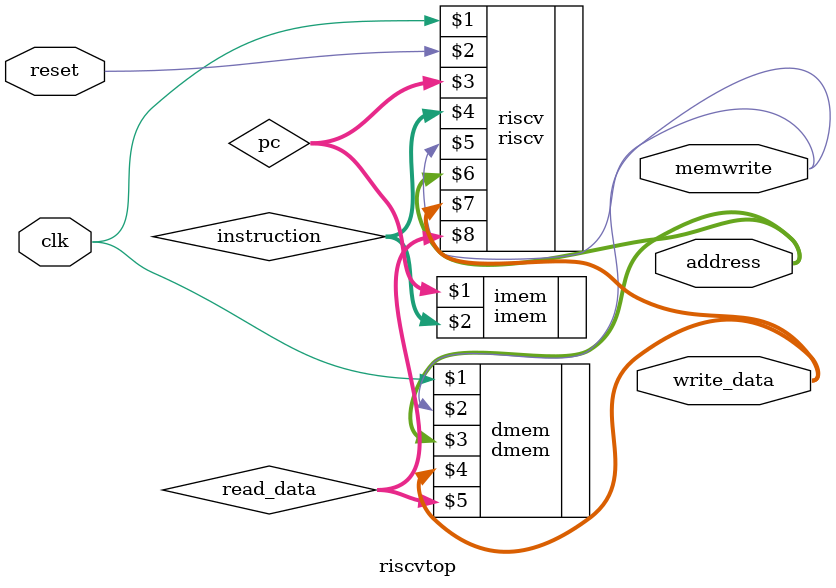
<source format=sv>
`timescale 1ns / 1ps

module riscvtop(
    input logic clk, reset,
    output logic [31:0] write_data, address,
    output logic  memwrite
    );
    
    logic [31:0] instruction;
    logic [31:0] pc, read_data;
    
    riscv riscv(clk, reset, pc, instruction, memwrite, address,
                write_data, read_data);
             
    imem imem(pc, instruction);
    dmem dmem(clk, memwrite, address, write_data, read_data);
    
endmodule

</source>
